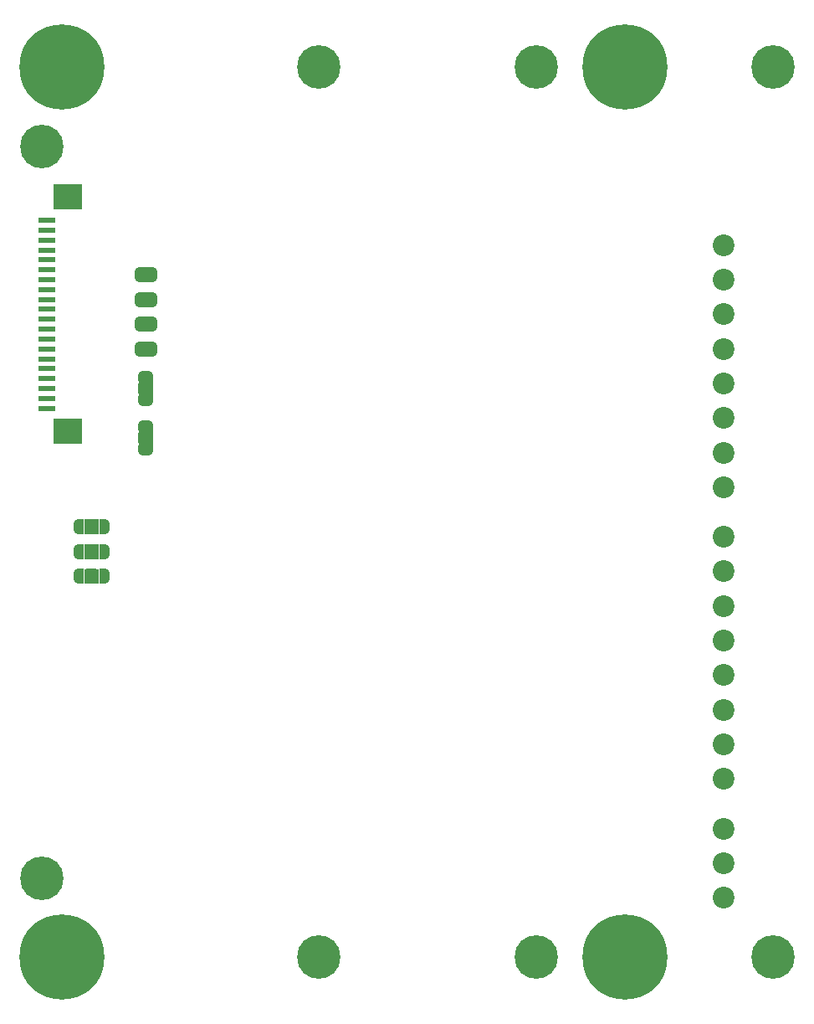
<source format=gbr>
%TF.GenerationSoftware,KiCad,Pcbnew,9.0.6*%
%TF.CreationDate,2025-12-07T15:00:32+03:00*%
%TF.ProjectId,PMCNV-DIx16,504d434e-562d-4444-9978-31362e6b6963,rev?*%
%TF.SameCoordinates,Original*%
%TF.FileFunction,Soldermask,Bot*%
%TF.FilePolarity,Negative*%
%FSLAX46Y46*%
G04 Gerber Fmt 4.6, Leading zero omitted, Abs format (unit mm)*
G04 Created by KiCad (PCBNEW 9.0.6) date 2025-12-07 15:00:32*
%MOMM*%
%LPD*%
G01*
G04 APERTURE LIST*
G04 Aperture macros list*
%AMFreePoly0*
4,1,23,0.500000,-0.750000,0.000000,-0.750000,0.000000,-0.745722,-0.065263,-0.745722,-0.191342,-0.711940,-0.304381,-0.646677,-0.396677,-0.554381,-0.461940,-0.441342,-0.495722,-0.315263,-0.495722,-0.250000,-0.500000,-0.250000,-0.500000,0.250000,-0.495722,0.250000,-0.495722,0.315263,-0.461940,0.441342,-0.396677,0.554381,-0.304381,0.646677,-0.191342,0.711940,-0.065263,0.745722,0.000000,0.745722,
0.000000,0.750000,0.500000,0.750000,0.500000,-0.750000,0.500000,-0.750000,$1*%
%AMFreePoly1*
4,1,23,0.000000,0.745722,0.065263,0.745722,0.191342,0.711940,0.304381,0.646677,0.396677,0.554381,0.461940,0.441342,0.495722,0.315263,0.495722,0.250000,0.500000,0.250000,0.500000,-0.250000,0.495722,-0.250000,0.495722,-0.315263,0.461940,-0.441342,0.396677,-0.554381,0.304381,-0.646677,0.191342,-0.711940,0.065263,-0.745722,0.000000,-0.745722,0.000000,-0.750000,-0.500000,-0.750000,
-0.500000,0.750000,0.000000,0.750000,0.000000,0.745722,0.000000,0.745722,$1*%
%AMFreePoly2*
4,1,23,0.550000,-0.750000,0.000000,-0.750000,0.000000,-0.745722,-0.065263,-0.745722,-0.191342,-0.711940,-0.304381,-0.646677,-0.396677,-0.554381,-0.461940,-0.441342,-0.495722,-0.315263,-0.495722,-0.250000,-0.500000,-0.250000,-0.500000,0.250000,-0.495722,0.250000,-0.495722,0.315263,-0.461940,0.441342,-0.396677,0.554381,-0.304381,0.646677,-0.191342,0.711940,-0.065263,0.745722,0.000000,0.745722,
0.000000,0.750000,0.550000,0.750000,0.550000,-0.750000,0.550000,-0.750000,$1*%
%AMFreePoly3*
4,1,23,0.000000,0.745722,0.065263,0.745722,0.191342,0.711940,0.304381,0.646677,0.396677,0.554381,0.461940,0.441342,0.495722,0.315263,0.495722,0.250000,0.500000,0.250000,0.500000,-0.250000,0.495722,-0.250000,0.495722,-0.315263,0.461940,-0.441342,0.396677,-0.554381,0.304381,-0.646677,0.191342,-0.711940,0.065263,-0.745722,0.000000,-0.745722,0.000000,-0.750000,-0.550000,-0.750000,
-0.550000,0.750000,0.000000,0.750000,0.000000,0.745722,0.000000,0.745722,$1*%
G04 Aperture macros list end*
%ADD10C,4.400000*%
%ADD11C,2.200000*%
%ADD12R,1.800000X0.600000*%
%ADD13R,3.000000X2.600000*%
%ADD14C,0.900000*%
%ADD15C,8.600000*%
%ADD16FreePoly0,0.000000*%
%ADD17FreePoly1,0.000000*%
%ADD18FreePoly2,180.000000*%
%ADD19R,1.000000X1.500000*%
%ADD20FreePoly3,180.000000*%
%ADD21FreePoly2,90.000000*%
%ADD22R,1.500000X1.000000*%
%ADD23FreePoly3,90.000000*%
G04 APERTURE END LIST*
%TO.C,JP2*%
G36*
X-26650000Y20750000D02*
G01*
X-26350000Y20750000D01*
X-26350000Y22250000D01*
X-26650000Y22250000D01*
X-26650000Y20750000D01*
G37*
%TO.C,JP4*%
G36*
X-26650000Y15750000D02*
G01*
X-26350000Y15750000D01*
X-26350000Y17250000D01*
X-26650000Y17250000D01*
X-26650000Y15750000D01*
G37*
%TO.C,JP3*%
G36*
X-26650000Y18250000D02*
G01*
X-26350000Y18250000D01*
X-26350000Y19750000D01*
X-26650000Y19750000D01*
X-26650000Y18250000D01*
G37*
%TO.C,JP1*%
G36*
X-26650000Y23250000D02*
G01*
X-26350000Y23250000D01*
X-26350000Y24750000D01*
X-26650000Y24750000D01*
X-26650000Y23250000D01*
G37*
%TO.C,JP6*%
G36*
X-31250000Y-3250000D02*
G01*
X-32750000Y-3250000D01*
X-32750000Y-4750000D01*
X-31250000Y-4750000D01*
X-31250000Y-3250000D01*
G37*
%TO.C,JP8*%
G36*
X-25750000Y11750000D02*
G01*
X-27250000Y11750000D01*
X-27250000Y13250000D01*
X-25750000Y13250000D01*
X-25750000Y11750000D01*
G37*
%TO.C,JP5*%
G36*
X-31250000Y-750000D02*
G01*
X-32750000Y-750000D01*
X-32750000Y-2250000D01*
X-31250000Y-2250000D01*
X-31250000Y-750000D01*
G37*
%TO.C,JP7*%
G36*
X-31250000Y-5750000D02*
G01*
X-32750000Y-5750000D01*
X-32750000Y-7250000D01*
X-31250000Y-7250000D01*
X-31250000Y-5750000D01*
G37*
%TO.C,JP9*%
G36*
X-25750000Y6750000D02*
G01*
X-27250000Y6750000D01*
X-27250000Y8250000D01*
X-25750000Y8250000D01*
X-25750000Y6750000D01*
G37*
%TD*%
D10*
%TO.C,SP1*%
X13000000Y45000000D03*
X13000000Y-45000000D03*
X37000000Y45000000D03*
X37000000Y-45000000D03*
%TD*%
%TO.C,U2*%
X-37000000Y37000000D03*
X-37000000Y-37000000D03*
X-9000000Y45000000D03*
X-9000000Y-45000000D03*
%TD*%
D11*
%TO.C,J6*%
X32000000Y-39000000D03*
X32000000Y-35500000D03*
X32000000Y-32000000D03*
%TD*%
%TO.C,J4*%
X32000000Y-27000000D03*
X32000000Y-23500000D03*
X32000000Y-20000000D03*
X32000000Y-16500000D03*
X32000000Y-13000000D03*
X32000000Y-9500000D03*
X32000000Y-6000000D03*
X32000000Y-2500000D03*
%TD*%
%TO.C,J3*%
X32000000Y2500000D03*
X32000000Y6000000D03*
X32000000Y9500000D03*
X32000000Y13000000D03*
X32000000Y16500000D03*
X32000000Y20000000D03*
X32000000Y23500000D03*
X32000000Y27000000D03*
%TD*%
D12*
%TO.C,JM2*%
X-36546000Y29500000D03*
X-36546000Y28500000D03*
X-36546000Y27500000D03*
X-36546000Y26500000D03*
X-36546000Y25500000D03*
X-36546000Y24500000D03*
X-36546000Y23500000D03*
X-36546000Y22500000D03*
X-36546000Y21500000D03*
X-36546000Y20500000D03*
X-36546000Y19500000D03*
X-36546000Y18500000D03*
X-36546000Y17500000D03*
X-36546000Y16500000D03*
X-36546000Y15500000D03*
X-36546000Y14500000D03*
X-36546000Y13500000D03*
X-36546000Y12500000D03*
X-36546000Y11500000D03*
X-36546000Y10500000D03*
D13*
X-34375000Y31850000D03*
X-34375000Y8150000D03*
%TD*%
D14*
%TO.C,H2*%
X18775000Y45000000D03*
X19719581Y47280419D03*
X19719581Y42719581D03*
X22000000Y48225000D03*
D15*
X22000000Y45000000D03*
D14*
X22000000Y41775000D03*
X24280419Y47280419D03*
X24280419Y42719581D03*
X25225000Y45000000D03*
%TD*%
%TO.C,H1*%
X-38225000Y45000000D03*
X-37280419Y47280419D03*
X-37280419Y42719581D03*
X-35000000Y48225000D03*
D15*
X-35000000Y45000000D03*
D14*
X-35000000Y41775000D03*
X-32719581Y47280419D03*
X-32719581Y42719581D03*
X-31775000Y45000000D03*
%TD*%
%TO.C,H3*%
X18775000Y-45000000D03*
X19719581Y-42719581D03*
X19719581Y-47280419D03*
X22000000Y-41775000D03*
D15*
X22000000Y-45000000D03*
D14*
X22000000Y-48225000D03*
X24280419Y-42719581D03*
X24280419Y-47280419D03*
X25225000Y-45000000D03*
%TD*%
%TO.C,H4*%
X-38225000Y-45000000D03*
X-37280419Y-42719581D03*
X-37280419Y-47280419D03*
X-35000000Y-41775000D03*
D15*
X-35000000Y-45000000D03*
D14*
X-35000000Y-48225000D03*
X-32719581Y-42719581D03*
X-32719581Y-47280419D03*
X-31775000Y-45000000D03*
%TD*%
D16*
%TO.C,JP2*%
X-27150000Y21500000D03*
D17*
X-25850000Y21500000D03*
%TD*%
D16*
%TO.C,JP4*%
X-27150000Y16500000D03*
D17*
X-25850000Y16500000D03*
%TD*%
D16*
%TO.C,JP3*%
X-27150000Y19000000D03*
D17*
X-25850000Y19000000D03*
%TD*%
D16*
%TO.C,JP1*%
X-27150000Y24000000D03*
D17*
X-25850000Y24000000D03*
%TD*%
D18*
%TO.C,JP6*%
X-30700000Y-4000000D03*
D19*
X-32000000Y-4000000D03*
D20*
X-33300000Y-4000000D03*
%TD*%
D21*
%TO.C,JP8*%
X-26500000Y11200000D03*
D22*
X-26500000Y12500000D03*
D23*
X-26500000Y13800000D03*
%TD*%
D18*
%TO.C,JP5*%
X-30700000Y-1500000D03*
D19*
X-32000000Y-1500000D03*
D20*
X-33300000Y-1500000D03*
%TD*%
D18*
%TO.C,JP7*%
X-30700000Y-6500000D03*
D19*
X-32000000Y-6500000D03*
D20*
X-33300000Y-6500000D03*
%TD*%
D21*
%TO.C,JP9*%
X-26500000Y6200000D03*
D22*
X-26500000Y7500000D03*
D23*
X-26500000Y8800000D03*
%TD*%
M02*

</source>
